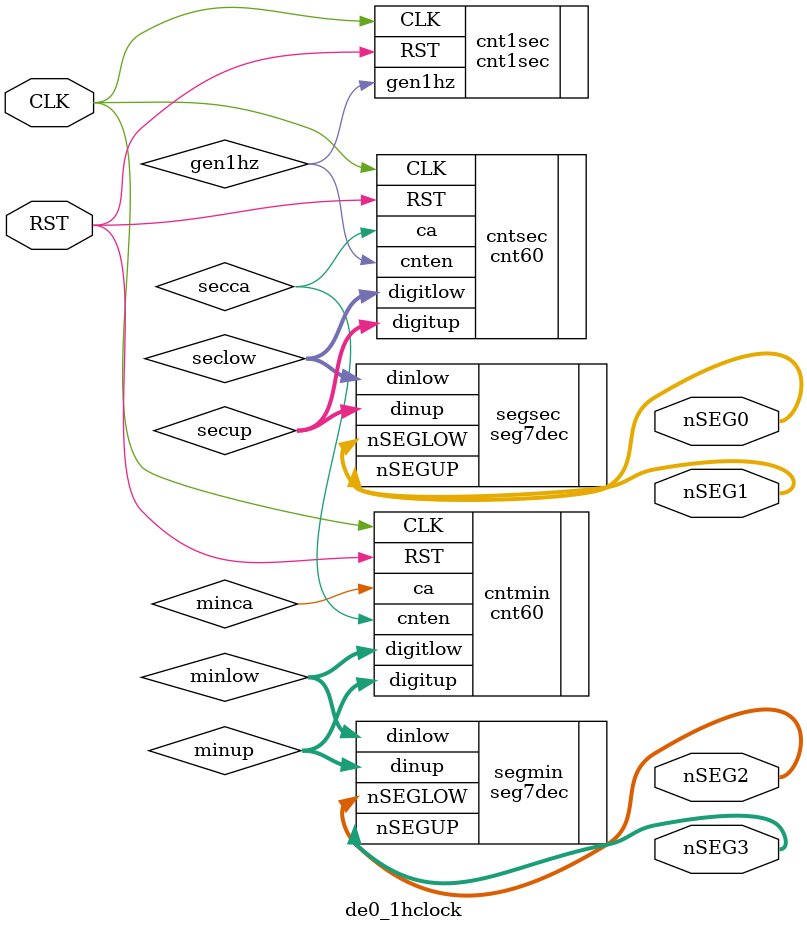
<source format=v>

module de0_1hclock(
    input CLK, RST,
    output [6:0] nSEG0, nSEG1, nSEG2, nSEG3
);

wire gen1hz;
cnt1sec cnt1sec(.CLK(CLK), .RST(RST), .gen1hz(gen1hz));

wire secca, minca;
wire [2:0] secup, minup;
wire [3:0] seclow, minlow;
cnt60 cntsec(.CLK(CLK), .RST(RST), .cnten(gen1hz), .ca(secca),
             .digitup(secup), .digitlow(seclow));
cnt60 cntmin(.CLK(CLK), .RST(RST), .cnten(secca), .ca(minca),
             .digitup(minup), .digitlow(minlow));

seg7dec segsec(.dinup(secup), .dinlow(seclow), .nSEGUP(nSEG1), .nSEGLOW(nSEG0));
seg7dec segmin(.dinup(minup), .dinlow(minlow), .nSEGUP(nSEG3), .nSEGLOW(nSEG2));

endmodule
</source>
